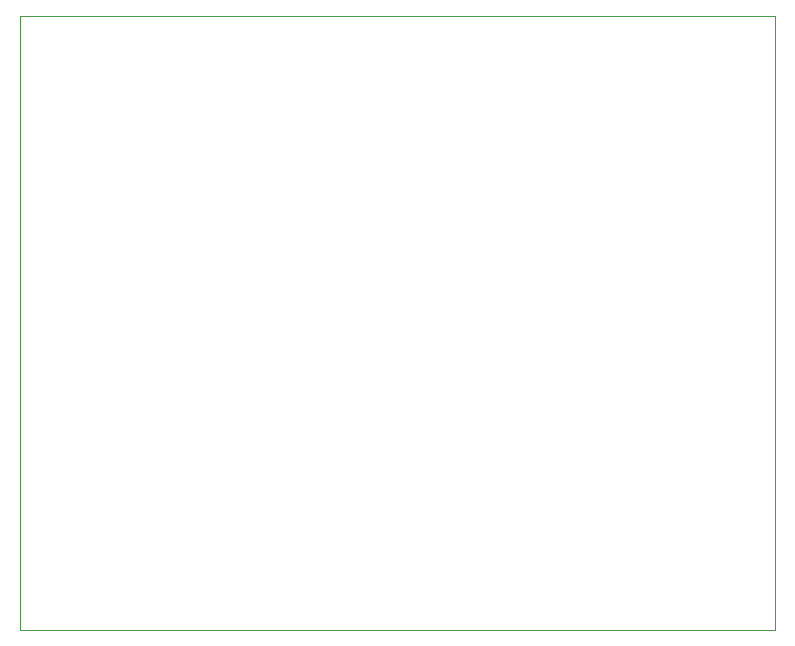
<source format=gbr>
%TF.GenerationSoftware,KiCad,Pcbnew,(6.0.8-1)-1*%
%TF.CreationDate,2023-01-29T13:44:33-06:00*%
%TF.ProjectId,M4_CAN_Feather_Carrier,4d345f43-414e-45f4-9665-61746865725f,rev?*%
%TF.SameCoordinates,Original*%
%TF.FileFunction,Profile,NP*%
%FSLAX46Y46*%
G04 Gerber Fmt 4.6, Leading zero omitted, Abs format (unit mm)*
G04 Created by KiCad (PCBNEW (6.0.8-1)-1) date 2023-01-29 13:44:33*
%MOMM*%
%LPD*%
G01*
G04 APERTURE LIST*
%TA.AperFunction,Profile*%
%ADD10C,0.100000*%
%TD*%
G04 APERTURE END LIST*
D10*
X184500000Y-124200000D02*
X120500000Y-124200000D01*
X120500000Y-124200000D02*
X120500000Y-72200000D01*
X120500000Y-72200000D02*
X184500000Y-72200000D01*
X184500000Y-72200000D02*
X184500000Y-124200000D01*
M02*

</source>
